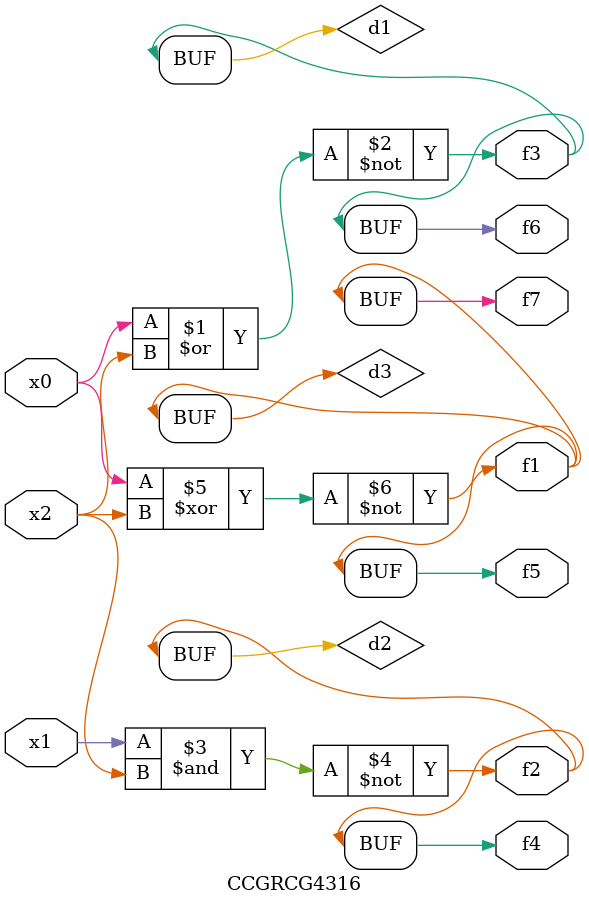
<source format=v>
module CCGRCG4316(
	input x0, x1, x2,
	output f1, f2, f3, f4, f5, f6, f7
);

	wire d1, d2, d3;

	nor (d1, x0, x2);
	nand (d2, x1, x2);
	xnor (d3, x0, x2);
	assign f1 = d3;
	assign f2 = d2;
	assign f3 = d1;
	assign f4 = d2;
	assign f5 = d3;
	assign f6 = d1;
	assign f7 = d3;
endmodule

</source>
